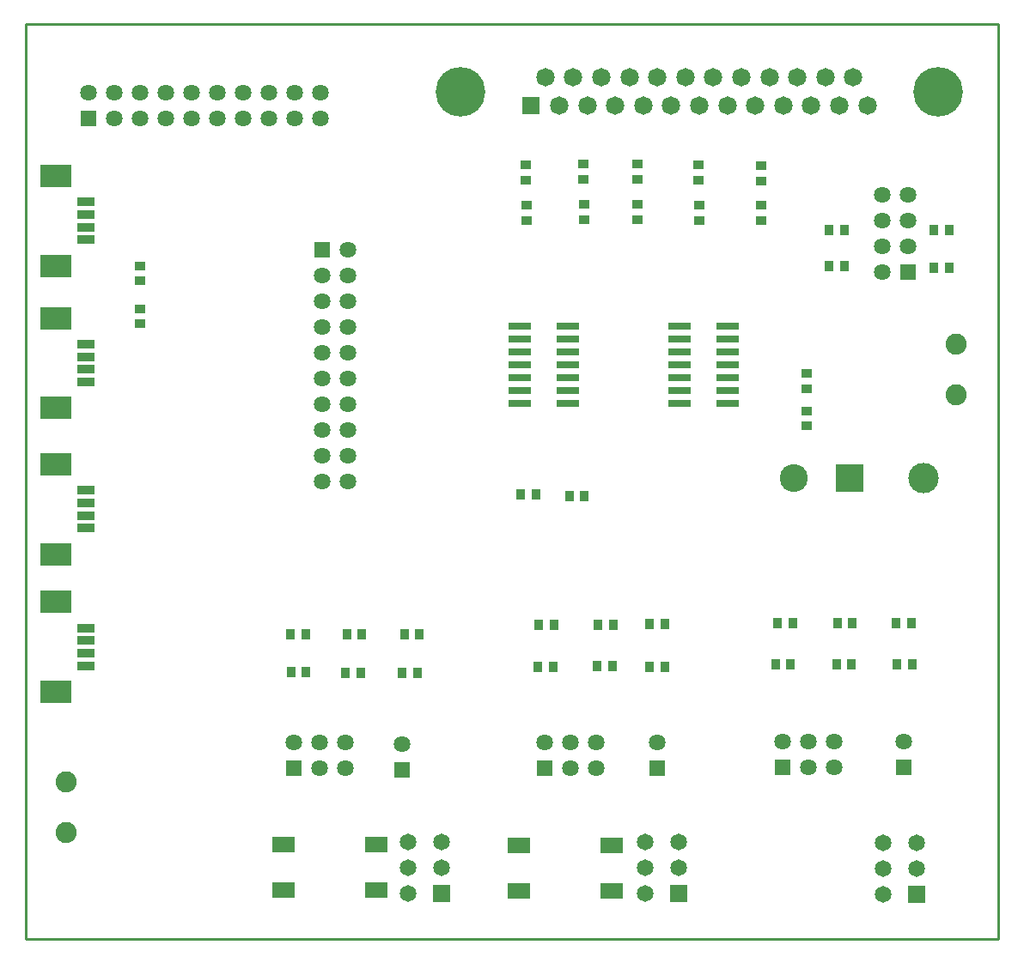
<source format=gts>
G04*
G04 #@! TF.GenerationSoftware,Altium Limited,Altium Designer,18.1.9 (240)*
G04*
G04 Layer_Color=8388736*
%FSLAX44Y44*%
%MOMM*%
G71*
G01*
G75*
%ADD14C,0.2540*%
%ADD26R,1.0270X0.8270*%
%ADD27R,1.7270X0.9270*%
%ADD28R,3.1270X2.2270*%
%ADD29R,0.8270X1.0270*%
%ADD30R,2.1844X0.7366*%
%ADD31R,2.2270X1.5270*%
%ADD32C,1.8170*%
%ADD33R,1.8170X1.8170*%
%ADD34C,4.8870*%
%ADD35R,1.6270X1.6270*%
%ADD36C,1.6270*%
%ADD37C,1.6510*%
%ADD38R,1.6510X1.6510*%
%ADD39R,1.6270X1.6270*%
%ADD40C,2.0770*%
%ADD41C,3.0000*%
%ADD42C,2.7500*%
%ADD43R,2.7500X2.7500*%
D14*
Y902292D01*
X958596D01*
X958596Y0D01*
X0D02*
X958596D01*
D26*
X770000Y542508D02*
D03*
Y557508D02*
D03*
X113000Y649000D02*
D03*
Y664000D02*
D03*
X770000Y520860D02*
D03*
Y505860D02*
D03*
X112998Y621580D02*
D03*
Y606580D02*
D03*
X724992Y708500D02*
D03*
Y723500D02*
D03*
Y762377D02*
D03*
Y747377D02*
D03*
X602855Y764378D02*
D03*
Y749378D02*
D03*
X663000Y763378D02*
D03*
Y748378D02*
D03*
X550000Y764378D02*
D03*
Y749378D02*
D03*
X492455Y763378D02*
D03*
Y748378D02*
D03*
X602855Y709500D02*
D03*
Y724500D02*
D03*
X664305Y708500D02*
D03*
Y723500D02*
D03*
X550170Y709195D02*
D03*
Y724195D02*
D03*
X493380Y708500D02*
D03*
Y723500D02*
D03*
D27*
X59000Y701950D02*
D03*
Y689450D02*
D03*
Y714450D02*
D03*
Y726950D02*
D03*
Y586580D02*
D03*
Y574080D02*
D03*
Y549080D02*
D03*
Y561580D02*
D03*
Y442500D02*
D03*
Y430000D02*
D03*
Y405000D02*
D03*
Y417500D02*
D03*
Y306642D02*
D03*
Y294142D02*
D03*
Y269142D02*
D03*
Y281642D02*
D03*
D28*
X30000Y752450D02*
D03*
Y663950D02*
D03*
Y523580D02*
D03*
Y612080D02*
D03*
Y379500D02*
D03*
Y468000D02*
D03*
Y243642D02*
D03*
Y332142D02*
D03*
D29*
X316400Y300000D02*
D03*
X331400D02*
D03*
X315030Y262000D02*
D03*
X330030D02*
D03*
X564000Y310000D02*
D03*
X579000D02*
D03*
X505500Y310000D02*
D03*
X520500D02*
D03*
X371110Y262000D02*
D03*
X386110D02*
D03*
X741000Y311000D02*
D03*
X756000D02*
D03*
X563000Y268868D02*
D03*
X578000D02*
D03*
X276400Y262750D02*
D03*
X261400D02*
D03*
X487695Y438000D02*
D03*
X502695D02*
D03*
X873500Y271000D02*
D03*
X858500D02*
D03*
X520025Y268000D02*
D03*
X505025D02*
D03*
X806632Y663750D02*
D03*
X791632D02*
D03*
X814000Y270500D02*
D03*
X799000D02*
D03*
X754000Y270500D02*
D03*
X739000D02*
D03*
X910000Y661750D02*
D03*
X895000D02*
D03*
X630000Y268000D02*
D03*
X615000D02*
D03*
X388150Y300000D02*
D03*
X373150D02*
D03*
X872980Y311000D02*
D03*
X857980D02*
D03*
X815000D02*
D03*
X800000D02*
D03*
X630000Y310750D02*
D03*
X615000D02*
D03*
X275900Y300000D02*
D03*
X260900D02*
D03*
X550695Y437000D02*
D03*
X535695D02*
D03*
X806632Y699302D02*
D03*
X791632D02*
D03*
X910000Y699303D02*
D03*
X895000D02*
D03*
D30*
X486695Y604100D02*
D03*
Y591400D02*
D03*
Y578700D02*
D03*
Y566000D02*
D03*
Y553300D02*
D03*
Y540600D02*
D03*
Y527900D02*
D03*
X534701D02*
D03*
Y540600D02*
D03*
Y553300D02*
D03*
Y566000D02*
D03*
Y578700D02*
D03*
Y591400D02*
D03*
Y604100D02*
D03*
X643994D02*
D03*
Y591400D02*
D03*
Y578700D02*
D03*
Y566000D02*
D03*
Y553300D02*
D03*
Y540600D02*
D03*
Y527900D02*
D03*
X692000D02*
D03*
Y540600D02*
D03*
Y553300D02*
D03*
Y566000D02*
D03*
Y578700D02*
D03*
Y591400D02*
D03*
Y604100D02*
D03*
D31*
X345197Y48000D02*
D03*
Y93000D02*
D03*
X254197Y48000D02*
D03*
Y93000D02*
D03*
X577300Y47500D02*
D03*
Y92500D02*
D03*
X486300Y47500D02*
D03*
Y92500D02*
D03*
D32*
X829575Y821600D02*
D03*
X815770Y850000D02*
D03*
X801965Y821600D02*
D03*
X788160Y850000D02*
D03*
X774355Y821600D02*
D03*
X760550Y850000D02*
D03*
X746745Y821600D02*
D03*
X732940Y850000D02*
D03*
X719135Y821600D02*
D03*
X705330Y850000D02*
D03*
X691525Y821600D02*
D03*
X677720Y850000D02*
D03*
X663915Y821600D02*
D03*
X650110Y850000D02*
D03*
X636305Y821600D02*
D03*
X622500Y850000D02*
D03*
X608695Y821600D02*
D03*
X594890Y850000D02*
D03*
X581085Y821600D02*
D03*
X567280Y850000D02*
D03*
X553475Y821600D02*
D03*
X539670Y850000D02*
D03*
X525865Y821600D02*
D03*
X512060Y850000D02*
D03*
D33*
X498255Y821600D02*
D03*
D34*
X428655Y835800D02*
D03*
X899175D02*
D03*
D35*
X292308Y679800D02*
D03*
X371300Y166250D02*
D03*
X622500Y168600D02*
D03*
X869400Y657400D02*
D03*
X865000Y169000D02*
D03*
D36*
X292308Y654400D02*
D03*
Y629000D02*
D03*
Y603600D02*
D03*
Y578200D02*
D03*
Y552800D02*
D03*
Y527400D02*
D03*
Y502000D02*
D03*
Y476600D02*
D03*
Y451200D02*
D03*
X317708Y679800D02*
D03*
Y654400D02*
D03*
Y629000D02*
D03*
Y603600D02*
D03*
Y578200D02*
D03*
Y552800D02*
D03*
Y527400D02*
D03*
Y502000D02*
D03*
Y476600D02*
D03*
Y451200D02*
D03*
X371300Y191650D02*
D03*
X796800Y194400D02*
D03*
Y169000D02*
D03*
X771400Y194400D02*
D03*
Y169000D02*
D03*
X746000Y194400D02*
D03*
X290800Y835000D02*
D03*
X265400D02*
D03*
X240000D02*
D03*
X214600D02*
D03*
X189200D02*
D03*
X163800D02*
D03*
X138400D02*
D03*
X113000D02*
D03*
X87600D02*
D03*
X62200D02*
D03*
X290800Y809600D02*
D03*
X265400D02*
D03*
X240000D02*
D03*
X214600D02*
D03*
X189200D02*
D03*
X163800D02*
D03*
X138400D02*
D03*
X113000D02*
D03*
X87600D02*
D03*
X263900Y193400D02*
D03*
X289300Y168000D02*
D03*
Y193400D02*
D03*
X314700Y168000D02*
D03*
Y193400D02*
D03*
X511700D02*
D03*
X537100Y168000D02*
D03*
Y193400D02*
D03*
X562500Y168000D02*
D03*
Y193400D02*
D03*
X622500Y194000D02*
D03*
X869400Y682800D02*
D03*
Y708200D02*
D03*
Y733600D02*
D03*
X844000Y657400D02*
D03*
Y682800D02*
D03*
Y708200D02*
D03*
Y733600D02*
D03*
X865000Y194400D02*
D03*
D37*
X610740Y95400D02*
D03*
Y70000D02*
D03*
Y44600D02*
D03*
X643760Y95400D02*
D03*
Y70000D02*
D03*
X376980Y95900D02*
D03*
Y70500D02*
D03*
Y45100D02*
D03*
X410000Y95900D02*
D03*
Y70500D02*
D03*
X877847Y69500D02*
D03*
Y94900D02*
D03*
X844827Y44100D02*
D03*
Y69500D02*
D03*
Y94900D02*
D03*
D38*
X643760Y44600D02*
D03*
X410000Y45100D02*
D03*
X877847Y44100D02*
D03*
D39*
X746000Y169000D02*
D03*
X62200Y809600D02*
D03*
X263900Y168000D02*
D03*
X511700D02*
D03*
D40*
X40000Y105000D02*
D03*
Y155000D02*
D03*
X917250Y586580D02*
D03*
Y536580D02*
D03*
D41*
X884778Y454502D02*
D03*
D42*
X756778D02*
D03*
D43*
X811778D02*
D03*
M02*

</source>
